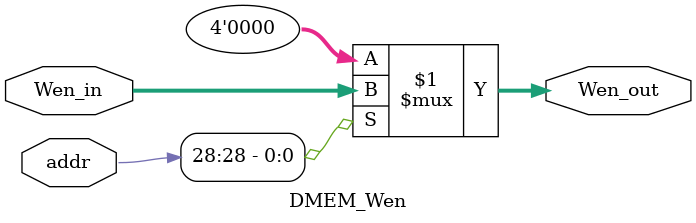
<source format=v>
module DMEM_Wen(
    input   [3:0]   Wen_in,
    input   [31:0]  addr,
    output  [3:0]   Wen_out
);

    //When addr[28] == 1'b1,can write to DMEM
    assign Wen_out = (addr[28])?Wen_in:4'h0;

endmodule

</source>
